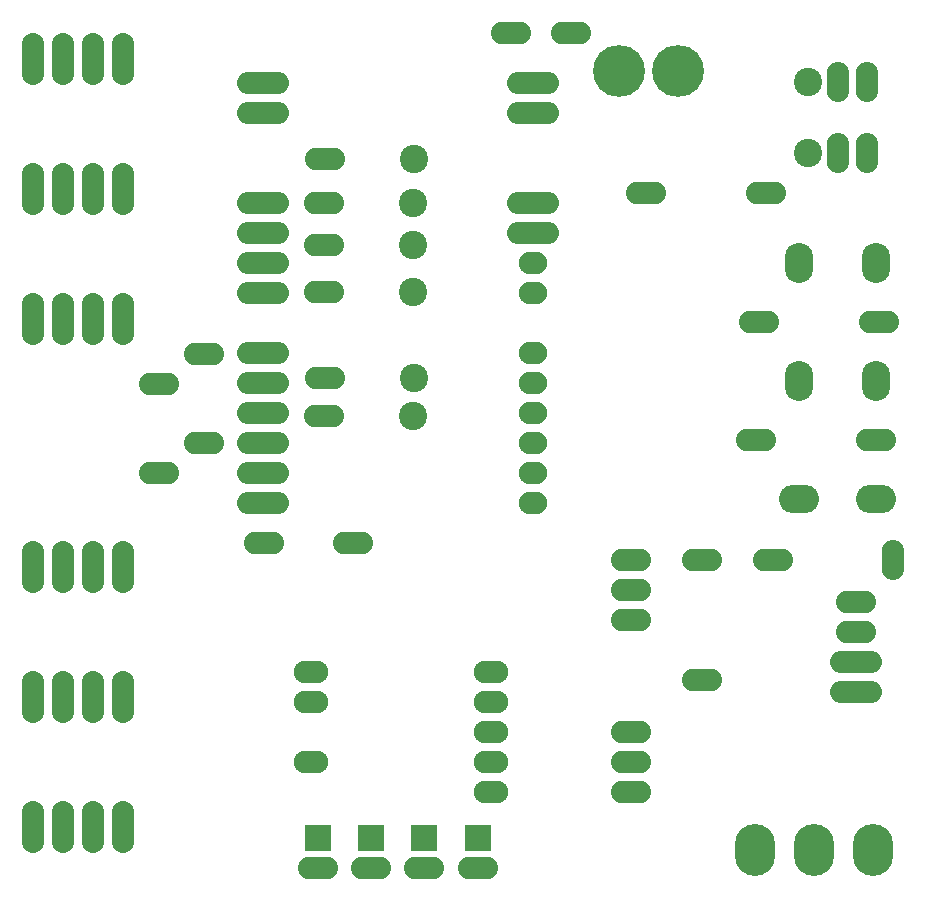
<source format=gbr>
G04 #@! TF.GenerationSoftware,KiCad,Pcbnew,5.0.0*
G04 #@! TF.CreationDate,2018-10-14T14:04:32-03:00*
G04 #@! TF.ProjectId,ShieldIoT-IFSP,536869656C64496F542D494653502E6B,3.4*
G04 #@! TF.SameCoordinates,Original*
G04 #@! TF.FileFunction,Soldermask,Bot*
G04 #@! TF.FilePolarity,Negative*
%FSLAX46Y46*%
G04 Gerber Fmt 4.6, Leading zero omitted, Abs format (unit mm)*
G04 Created by KiCad (PCBNEW 5.0.0) date Sun Oct 14 14:04:32 2018*
%MOMM*%
%LPD*%
G01*
G04 APERTURE LIST*
%ADD10O,3.400000X2.400000*%
%ADD11O,4.400000X1.900000*%
%ADD12O,2.400000X1.900000*%
%ADD13C,2.400000*%
%ADD14O,1.900000X3.400000*%
%ADD15O,4.400000X4.400000*%
%ADD16O,2.924000X1.924000*%
%ADD17O,3.400000X1.900000*%
%ADD18O,3.399740X4.400500*%
%ADD19R,2.200000X2.200000*%
%ADD20O,1.900000X4.400000*%
%ADD21O,2.400000X3.400000*%
G04 APERTURE END LIST*
D10*
G04 #@! TO.C,SW4*
X80250000Y-56250000D03*
X86750000Y-56250000D03*
G04 #@! TD*
D11*
G04 #@! TO.C,IC1*
X34870000Y-21040000D03*
X34870000Y-23580000D03*
X34870000Y-56600000D03*
X34870000Y-54060000D03*
X34870000Y-51520000D03*
X34870000Y-48980000D03*
X34870000Y-46440000D03*
X34870000Y-43900000D03*
X34870000Y-38820000D03*
X34870000Y-36280000D03*
X34870000Y-33740000D03*
X34870000Y-31200000D03*
X57730000Y-21040000D03*
X57730000Y-23580000D03*
X57730000Y-31200000D03*
X57730000Y-33740000D03*
D12*
X57730000Y-36280000D03*
X57730000Y-38820000D03*
X57730000Y-43900000D03*
X57730000Y-46440000D03*
X57730000Y-48980000D03*
X57730000Y-51520000D03*
X57730000Y-54060000D03*
X57730000Y-56600000D03*
G04 #@! TD*
D13*
G04 #@! TO.C,SW3*
X81000000Y-27000000D03*
D14*
X83500000Y-27000000D03*
X86000000Y-27000000D03*
X86000000Y-21000000D03*
X83500000Y-21000000D03*
D13*
X81000000Y-21000000D03*
G04 #@! TD*
D15*
G04 #@! TO.C,J1*
X65000000Y-20000000D03*
X70000000Y-20000000D03*
G04 #@! TD*
D16*
G04 #@! TO.C,U1*
X54120000Y-70920000D03*
X54120000Y-73460000D03*
X54120000Y-76000000D03*
X54120000Y-78540000D03*
X54120000Y-81080000D03*
X38880000Y-78540000D03*
X38880000Y-73460000D03*
X38880000Y-70920000D03*
G04 #@! TD*
D17*
G04 #@! TO.C,J5*
X85000000Y-65000000D03*
X85000000Y-67540000D03*
D11*
X85000000Y-70080000D03*
X85000000Y-72620000D03*
G04 #@! TD*
D17*
G04 #@! TO.C,JP2*
X66000000Y-75960000D03*
X66000000Y-78500000D03*
X66000000Y-81040000D03*
G04 #@! TD*
G04 #@! TO.C,JP1*
X66000000Y-61420000D03*
X66000000Y-63960000D03*
X66000000Y-66500000D03*
G04 #@! TD*
D18*
G04 #@! TO.C,RV1*
X81498740Y-86000000D03*
X76497480Y-86000000D03*
X86500000Y-86000000D03*
G04 #@! TD*
D17*
G04 #@! TO.C,R11*
X40040640Y-27500000D03*
D13*
X47600000Y-27500000D03*
G04 #@! TD*
D17*
G04 #@! TO.C,R10*
X40000000Y-31250000D03*
D13*
X47559360Y-31250000D03*
G04 #@! TD*
D17*
G04 #@! TO.C,R5*
X40000000Y-34750000D03*
D13*
X47559360Y-34750000D03*
G04 #@! TD*
D17*
G04 #@! TO.C,R6*
X40000000Y-38750000D03*
D13*
X47559360Y-38750000D03*
G04 #@! TD*
D17*
G04 #@! TO.C,R9*
X40040640Y-46000000D03*
D13*
X47600000Y-46000000D03*
G04 #@! TD*
D17*
G04 #@! TO.C,R8*
X34874200Y-59994800D03*
X42433560Y-59994800D03*
G04 #@! TD*
G04 #@! TO.C,R7*
X40000000Y-49250000D03*
D13*
X47559360Y-49250000D03*
G04 #@! TD*
D17*
G04 #@! TO.C,R2*
X29800000Y-43990640D03*
X29800000Y-51550000D03*
G04 #@! TD*
G04 #@! TO.C,R3*
X26000000Y-46540640D03*
X26000000Y-54100000D03*
G04 #@! TD*
D19*
G04 #@! TO.C,D4*
X53000000Y-85000000D03*
D17*
X53000000Y-87540000D03*
G04 #@! TD*
D19*
G04 #@! TO.C,D3*
X48500000Y-85000000D03*
D17*
X48500000Y-87540000D03*
G04 #@! TD*
D19*
G04 #@! TO.C,D2*
X44000000Y-85000000D03*
D17*
X44000000Y-87540000D03*
G04 #@! TD*
D19*
G04 #@! TO.C,D1*
X39500000Y-85000000D03*
D17*
X39500000Y-87540000D03*
G04 #@! TD*
D20*
G04 #@! TO.C,J3*
X23000000Y-84000000D03*
X20460000Y-84000000D03*
X17920000Y-84000000D03*
X15380000Y-84000000D03*
G04 #@! TD*
G04 #@! TO.C,J2*
X23000000Y-73000000D03*
X20460000Y-73000000D03*
X17920000Y-73000000D03*
X15380000Y-73000000D03*
G04 #@! TD*
G04 #@! TO.C,J4*
X23000000Y-62000000D03*
X20460000Y-62000000D03*
X17920000Y-62000000D03*
X15380000Y-62000000D03*
G04 #@! TD*
G04 #@! TO.C,J8*
X23000000Y-41000000D03*
X20460000Y-41000000D03*
X17920000Y-41000000D03*
X15380000Y-41000000D03*
G04 #@! TD*
G04 #@! TO.C,J7*
X23000000Y-30000000D03*
X20460000Y-30000000D03*
X17920000Y-30000000D03*
X15380000Y-30000000D03*
G04 #@! TD*
G04 #@! TO.C,J6*
X23000000Y-19000000D03*
X20460000Y-19000000D03*
X17920000Y-19000000D03*
X15380000Y-19000000D03*
G04 #@! TD*
D17*
G04 #@! TO.C,D5*
X60880000Y-16800000D03*
X55800000Y-16800000D03*
G04 #@! TD*
G04 #@! TO.C,R4*
X67240000Y-30400000D03*
X77400000Y-30400000D03*
G04 #@! TD*
G04 #@! TO.C,R12*
X76590000Y-51250000D03*
X86750000Y-51250000D03*
G04 #@! TD*
G04 #@! TO.C,R13*
X87000000Y-41250000D03*
X76840000Y-41250000D03*
G04 #@! TD*
D21*
G04 #@! TO.C,SW2*
X80250000Y-36250000D03*
X86750000Y-36250000D03*
G04 #@! TD*
G04 #@! TO.C,SW1*
X80250000Y-46250000D03*
X86750000Y-46250000D03*
G04 #@! TD*
D17*
G04 #@! TO.C,R14*
X71990000Y-71580000D03*
X71990000Y-61420000D03*
G04 #@! TD*
D14*
G04 #@! TO.C,R1*
X88150000Y-61400000D03*
D17*
X77990000Y-61400000D03*
G04 #@! TD*
M02*

</source>
